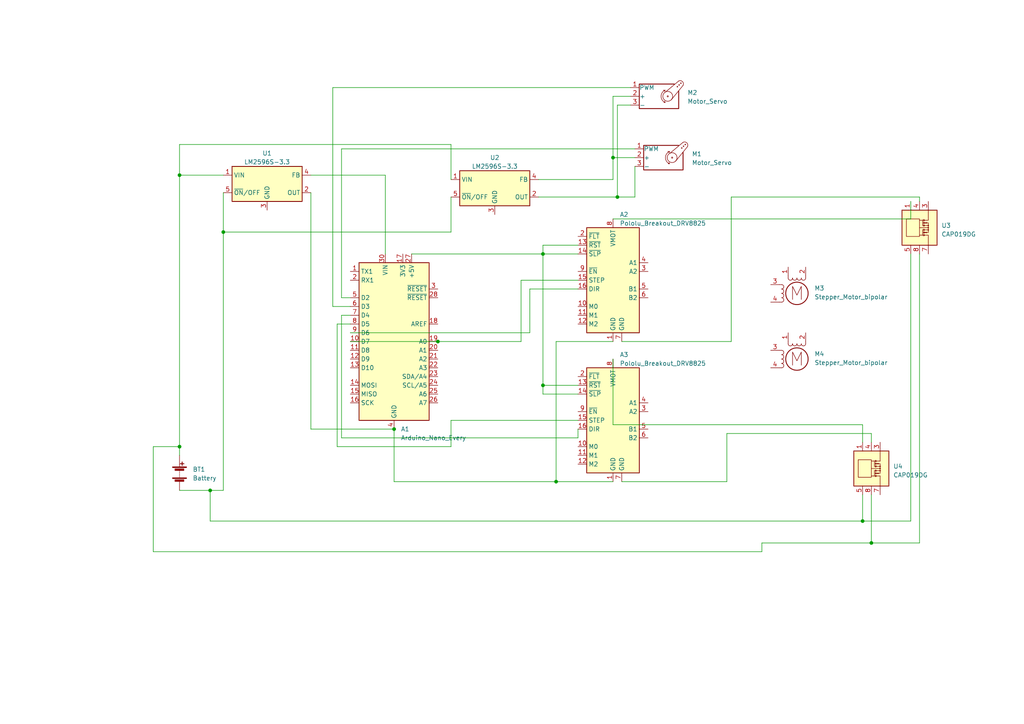
<source format=kicad_sch>
(kicad_sch (version 20230121) (generator eeschema)

  (uuid 16c54a26-176d-4b93-9a85-120843d7e685)

  (paper "A4")

  (lib_symbols
    (symbol "Device:Battery" (pin_numbers hide) (pin_names (offset 0) hide) (in_bom yes) (on_board yes)
      (property "Reference" "BT" (at 2.54 2.54 0)
        (effects (font (size 1.27 1.27)) (justify left))
      )
      (property "Value" "Battery" (at 2.54 0 0)
        (effects (font (size 1.27 1.27)) (justify left))
      )
      (property "Footprint" "" (at 0 1.524 90)
        (effects (font (size 1.27 1.27)) hide)
      )
      (property "Datasheet" "~" (at 0 1.524 90)
        (effects (font (size 1.27 1.27)) hide)
      )
      (property "ki_keywords" "batt voltage-source cell" (at 0 0 0)
        (effects (font (size 1.27 1.27)) hide)
      )
      (property "ki_description" "Multiple-cell battery" (at 0 0 0)
        (effects (font (size 1.27 1.27)) hide)
      )
      (symbol "Battery_0_1"
        (rectangle (start -2.032 -1.397) (end 2.032 -1.651)
          (stroke (width 0) (type default))
          (fill (type outline))
        )
        (rectangle (start -2.032 1.778) (end 2.032 1.524)
          (stroke (width 0) (type default))
          (fill (type outline))
        )
        (rectangle (start -1.3208 -1.9812) (end 1.27 -2.4892)
          (stroke (width 0) (type default))
          (fill (type outline))
        )
        (rectangle (start -1.3208 1.1938) (end 1.27 0.6858)
          (stroke (width 0) (type default))
          (fill (type outline))
        )
        (polyline
          (pts
            (xy 0 -1.524)
            (xy 0 -1.27)
          )
          (stroke (width 0) (type default))
          (fill (type none))
        )
        (polyline
          (pts
            (xy 0 -1.016)
            (xy 0 -0.762)
          )
          (stroke (width 0) (type default))
          (fill (type none))
        )
        (polyline
          (pts
            (xy 0 -0.508)
            (xy 0 -0.254)
          )
          (stroke (width 0) (type default))
          (fill (type none))
        )
        (polyline
          (pts
            (xy 0 0)
            (xy 0 0.254)
          )
          (stroke (width 0) (type default))
          (fill (type none))
        )
        (polyline
          (pts
            (xy 0 0.508)
            (xy 0 0.762)
          )
          (stroke (width 0) (type default))
          (fill (type none))
        )
        (polyline
          (pts
            (xy 0 1.778)
            (xy 0 2.54)
          )
          (stroke (width 0) (type default))
          (fill (type none))
        )
        (polyline
          (pts
            (xy 0.254 2.667)
            (xy 1.27 2.667)
          )
          (stroke (width 0.254) (type default))
          (fill (type none))
        )
        (polyline
          (pts
            (xy 0.762 3.175)
            (xy 0.762 2.159)
          )
          (stroke (width 0.254) (type default))
          (fill (type none))
        )
      )
      (symbol "Battery_1_1"
        (pin passive line (at 0 5.08 270) (length 2.54)
          (name "+" (effects (font (size 1.27 1.27))))
          (number "1" (effects (font (size 1.27 1.27))))
        )
        (pin passive line (at 0 -5.08 90) (length 2.54)
          (name "-" (effects (font (size 1.27 1.27))))
          (number "2" (effects (font (size 1.27 1.27))))
        )
      )
    )
    (symbol "Driver_Motor:Pololu_Breakout_DRV8825" (in_bom yes) (on_board yes)
      (property "Reference" "A" (at -2.54 16.51 0)
        (effects (font (size 1.27 1.27)) (justify right))
      )
      (property "Value" "Pololu_Breakout_DRV8825" (at -2.54 13.97 0)
        (effects (font (size 1.27 1.27)) (justify right))
      )
      (property "Footprint" "Module:Pololu_Breakout-16_15.2x20.3mm" (at 5.08 -20.32 0)
        (effects (font (size 1.27 1.27)) (justify left) hide)
      )
      (property "Datasheet" "https://www.pololu.com/product/2982" (at 2.54 -7.62 0)
        (effects (font (size 1.27 1.27)) hide)
      )
      (property "ki_keywords" "Pololu Breakout Board Stepper Driver DRV8825" (at 0 0 0)
        (effects (font (size 1.27 1.27)) hide)
      )
      (property "ki_description" "Pololu Breakout Board, Stepper Driver DRV8825" (at 0 0 0)
        (effects (font (size 1.27 1.27)) hide)
      )
      (property "ki_fp_filters" "Pololu*Breakout*15.2x20.3mm*" (at 0 0 0)
        (effects (font (size 1.27 1.27)) hide)
      )
      (symbol "Pololu_Breakout_DRV8825_0_1"
        (rectangle (start 7.62 -17.78) (end -7.62 12.7)
          (stroke (width 0.254) (type default))
          (fill (type background))
        )
      )
      (symbol "Pololu_Breakout_DRV8825_1_1"
        (pin power_in line (at 0 -20.32 90) (length 2.54)
          (name "GND" (effects (font (size 1.27 1.27))))
          (number "1" (effects (font (size 1.27 1.27))))
        )
        (pin input line (at -10.16 -10.16 0) (length 2.54)
          (name "M0" (effects (font (size 1.27 1.27))))
          (number "10" (effects (font (size 1.27 1.27))))
        )
        (pin input line (at -10.16 -12.7 0) (length 2.54)
          (name "M1" (effects (font (size 1.27 1.27))))
          (number "11" (effects (font (size 1.27 1.27))))
        )
        (pin input line (at -10.16 -15.24 0) (length 2.54)
          (name "M2" (effects (font (size 1.27 1.27))))
          (number "12" (effects (font (size 1.27 1.27))))
        )
        (pin input line (at -10.16 7.62 0) (length 2.54)
          (name "~{RST}" (effects (font (size 1.27 1.27))))
          (number "13" (effects (font (size 1.27 1.27))))
        )
        (pin input line (at -10.16 5.08 0) (length 2.54)
          (name "~{SLP}" (effects (font (size 1.27 1.27))))
          (number "14" (effects (font (size 1.27 1.27))))
        )
        (pin input line (at -10.16 -2.54 0) (length 2.54)
          (name "STEP" (effects (font (size 1.27 1.27))))
          (number "15" (effects (font (size 1.27 1.27))))
        )
        (pin input line (at -10.16 -5.08 0) (length 2.54)
          (name "DIR" (effects (font (size 1.27 1.27))))
          (number "16" (effects (font (size 1.27 1.27))))
        )
        (pin output line (at -10.16 10.16 0) (length 2.54)
          (name "~{FLT}" (effects (font (size 1.27 1.27))))
          (number "2" (effects (font (size 1.27 1.27))))
        )
        (pin output line (at 10.16 0 180) (length 2.54)
          (name "A2" (effects (font (size 1.27 1.27))))
          (number "3" (effects (font (size 1.27 1.27))))
        )
        (pin output line (at 10.16 2.54 180) (length 2.54)
          (name "A1" (effects (font (size 1.27 1.27))))
          (number "4" (effects (font (size 1.27 1.27))))
        )
        (pin output line (at 10.16 -5.08 180) (length 2.54)
          (name "B1" (effects (font (size 1.27 1.27))))
          (number "5" (effects (font (size 1.27 1.27))))
        )
        (pin output line (at 10.16 -7.62 180) (length 2.54)
          (name "B2" (effects (font (size 1.27 1.27))))
          (number "6" (effects (font (size 1.27 1.27))))
        )
        (pin power_in line (at 2.54 -20.32 90) (length 2.54)
          (name "GND" (effects (font (size 1.27 1.27))))
          (number "7" (effects (font (size 1.27 1.27))))
        )
        (pin power_in line (at 0 15.24 270) (length 2.54)
          (name "VMOT" (effects (font (size 1.27 1.27))))
          (number "8" (effects (font (size 1.27 1.27))))
        )
        (pin input line (at -10.16 0 0) (length 2.54)
          (name "~{EN}" (effects (font (size 1.27 1.27))))
          (number "9" (effects (font (size 1.27 1.27))))
        )
      )
    )
    (symbol "MCU_Module:Arduino_Nano_Every" (in_bom yes) (on_board yes)
      (property "Reference" "A" (at -10.16 23.495 0)
        (effects (font (size 1.27 1.27)) (justify left bottom))
      )
      (property "Value" "Arduino_Nano_Every" (at 5.08 -24.13 0)
        (effects (font (size 1.27 1.27)) (justify left top))
      )
      (property "Footprint" "Module:Arduino_Nano" (at 0 0 0)
        (effects (font (size 1.27 1.27) italic) hide)
      )
      (property "Datasheet" "https://content.arduino.cc/assets/NANOEveryV3.0_sch.pdf" (at 0 0 0)
        (effects (font (size 1.27 1.27)) hide)
      )
      (property "ki_keywords" "Arduino nano microcontroller module USB UPDI AATMega4809 AVR" (at 0 0 0)
        (effects (font (size 1.27 1.27)) hide)
      )
      (property "ki_description" "Arduino Nano Every" (at 0 0 0)
        (effects (font (size 1.27 1.27)) hide)
      )
      (property "ki_fp_filters" "Arduino*Nano*" (at 0 0 0)
        (effects (font (size 1.27 1.27)) hide)
      )
      (symbol "Arduino_Nano_Every_0_1"
        (rectangle (start -10.16 22.86) (end 10.16 -22.86)
          (stroke (width 0.254) (type default))
          (fill (type background))
        )
      )
      (symbol "Arduino_Nano_Every_1_1"
        (pin bidirectional line (at -12.7 20.32 0) (length 2.54)
          (name "TX1" (effects (font (size 1.27 1.27))))
          (number "1" (effects (font (size 1.27 1.27))))
        )
        (pin bidirectional line (at -12.7 0 0) (length 2.54)
          (name "D7" (effects (font (size 1.27 1.27))))
          (number "10" (effects (font (size 1.27 1.27))))
        )
        (pin bidirectional line (at -12.7 -2.54 0) (length 2.54)
          (name "D8" (effects (font (size 1.27 1.27))))
          (number "11" (effects (font (size 1.27 1.27))))
        )
        (pin bidirectional line (at -12.7 -5.08 0) (length 2.54)
          (name "D9" (effects (font (size 1.27 1.27))))
          (number "12" (effects (font (size 1.27 1.27))))
        )
        (pin bidirectional line (at -12.7 -7.62 0) (length 2.54)
          (name "D10" (effects (font (size 1.27 1.27))))
          (number "13" (effects (font (size 1.27 1.27))))
        )
        (pin bidirectional line (at -12.7 -12.7 0) (length 2.54)
          (name "MOSI" (effects (font (size 1.27 1.27))))
          (number "14" (effects (font (size 1.27 1.27))))
        )
        (pin bidirectional line (at -12.7 -15.24 0) (length 2.54)
          (name "MISO" (effects (font (size 1.27 1.27))))
          (number "15" (effects (font (size 1.27 1.27))))
        )
        (pin bidirectional line (at -12.7 -17.78 0) (length 2.54)
          (name "SCK" (effects (font (size 1.27 1.27))))
          (number "16" (effects (font (size 1.27 1.27))))
        )
        (pin power_out line (at 2.54 25.4 270) (length 2.54)
          (name "3V3" (effects (font (size 1.27 1.27))))
          (number "17" (effects (font (size 1.27 1.27))))
        )
        (pin input line (at 12.7 5.08 180) (length 2.54)
          (name "AREF" (effects (font (size 1.27 1.27))))
          (number "18" (effects (font (size 1.27 1.27))))
        )
        (pin bidirectional line (at 12.7 0 180) (length 2.54)
          (name "A0" (effects (font (size 1.27 1.27))))
          (number "19" (effects (font (size 1.27 1.27))))
        )
        (pin bidirectional line (at -12.7 17.78 0) (length 2.54)
          (name "RX1" (effects (font (size 1.27 1.27))))
          (number "2" (effects (font (size 1.27 1.27))))
        )
        (pin bidirectional line (at 12.7 -2.54 180) (length 2.54)
          (name "A1" (effects (font (size 1.27 1.27))))
          (number "20" (effects (font (size 1.27 1.27))))
        )
        (pin bidirectional line (at 12.7 -5.08 180) (length 2.54)
          (name "A2" (effects (font (size 1.27 1.27))))
          (number "21" (effects (font (size 1.27 1.27))))
        )
        (pin bidirectional line (at 12.7 -7.62 180) (length 2.54)
          (name "A3" (effects (font (size 1.27 1.27))))
          (number "22" (effects (font (size 1.27 1.27))))
        )
        (pin bidirectional line (at 12.7 -10.16 180) (length 2.54)
          (name "SDA/A4" (effects (font (size 1.27 1.27))))
          (number "23" (effects (font (size 1.27 1.27))))
        )
        (pin bidirectional line (at 12.7 -12.7 180) (length 2.54)
          (name "SCL/A5" (effects (font (size 1.27 1.27))))
          (number "24" (effects (font (size 1.27 1.27))))
        )
        (pin bidirectional line (at 12.7 -15.24 180) (length 2.54)
          (name "A6" (effects (font (size 1.27 1.27))))
          (number "25" (effects (font (size 1.27 1.27))))
        )
        (pin bidirectional line (at 12.7 -17.78 180) (length 2.54)
          (name "A7" (effects (font (size 1.27 1.27))))
          (number "26" (effects (font (size 1.27 1.27))))
        )
        (pin power_out line (at 5.08 25.4 270) (length 2.54)
          (name "+5V" (effects (font (size 1.27 1.27))))
          (number "27" (effects (font (size 1.27 1.27))))
        )
        (pin input line (at 12.7 12.7 180) (length 2.54)
          (name "~{RESET}" (effects (font (size 1.27 1.27))))
          (number "28" (effects (font (size 1.27 1.27))))
        )
        (pin passive line (at 0 -25.4 90) (length 2.54) hide
          (name "GND" (effects (font (size 1.27 1.27))))
          (number "29" (effects (font (size 1.27 1.27))))
        )
        (pin input line (at 12.7 15.24 180) (length 2.54)
          (name "~{RESET}" (effects (font (size 1.27 1.27))))
          (number "3" (effects (font (size 1.27 1.27))))
        )
        (pin power_in line (at -2.54 25.4 270) (length 2.54)
          (name "VIN" (effects (font (size 1.27 1.27))))
          (number "30" (effects (font (size 1.27 1.27))))
        )
        (pin power_in line (at 0 -25.4 90) (length 2.54)
          (name "GND" (effects (font (size 1.27 1.27))))
          (number "4" (effects (font (size 1.27 1.27))))
        )
        (pin bidirectional line (at -12.7 12.7 0) (length 2.54)
          (name "D2" (effects (font (size 1.27 1.27))))
          (number "5" (effects (font (size 1.27 1.27))))
        )
        (pin bidirectional line (at -12.7 10.16 0) (length 2.54)
          (name "D3" (effects (font (size 1.27 1.27))))
          (number "6" (effects (font (size 1.27 1.27))))
        )
        (pin bidirectional line (at -12.7 7.62 0) (length 2.54)
          (name "D4" (effects (font (size 1.27 1.27))))
          (number "7" (effects (font (size 1.27 1.27))))
        )
        (pin bidirectional line (at -12.7 5.08 0) (length 2.54)
          (name "D5" (effects (font (size 1.27 1.27))))
          (number "8" (effects (font (size 1.27 1.27))))
        )
        (pin bidirectional line (at -12.7 2.54 0) (length 2.54)
          (name "D6" (effects (font (size 1.27 1.27))))
          (number "9" (effects (font (size 1.27 1.27))))
        )
      )
    )
    (symbol "Motor:Motor_Servo" (pin_names (offset 0.0254)) (in_bom yes) (on_board yes)
      (property "Reference" "M" (at -5.08 4.445 0)
        (effects (font (size 1.27 1.27)) (justify left))
      )
      (property "Value" "Motor_Servo" (at -5.08 -4.064 0)
        (effects (font (size 1.27 1.27)) (justify left top))
      )
      (property "Footprint" "" (at 0 -4.826 0)
        (effects (font (size 1.27 1.27)) hide)
      )
      (property "Datasheet" "http://forums.parallax.com/uploads/attachments/46831/74481.png" (at 0 -4.826 0)
        (effects (font (size 1.27 1.27)) hide)
      )
      (property "ki_keywords" "Servo Motor" (at 0 0 0)
        (effects (font (size 1.27 1.27)) hide)
      )
      (property "ki_description" "Servo Motor (Futaba, HiTec, JR connector)" (at 0 0 0)
        (effects (font (size 1.27 1.27)) hide)
      )
      (property "ki_fp_filters" "PinHeader*P2.54mm*" (at 0 0 0)
        (effects (font (size 1.27 1.27)) hide)
      )
      (symbol "Motor_Servo_0_1"
        (polyline
          (pts
            (xy 2.413 -1.778)
            (xy 2.032 -1.778)
          )
          (stroke (width 0) (type default))
          (fill (type none))
        )
        (polyline
          (pts
            (xy 2.413 -1.778)
            (xy 2.286 -1.397)
          )
          (stroke (width 0) (type default))
          (fill (type none))
        )
        (polyline
          (pts
            (xy 2.413 1.778)
            (xy 1.905 1.778)
          )
          (stroke (width 0) (type default))
          (fill (type none))
        )
        (polyline
          (pts
            (xy 2.413 1.778)
            (xy 2.286 1.397)
          )
          (stroke (width 0) (type default))
          (fill (type none))
        )
        (polyline
          (pts
            (xy 6.35 4.445)
            (xy 2.54 1.27)
          )
          (stroke (width 0) (type default))
          (fill (type none))
        )
        (polyline
          (pts
            (xy 7.62 3.175)
            (xy 4.191 -1.016)
          )
          (stroke (width 0) (type default))
          (fill (type none))
        )
        (polyline
          (pts
            (xy 5.08 3.556)
            (xy -5.08 3.556)
            (xy -5.08 -3.556)
            (xy 6.35 -3.556)
            (xy 6.35 1.524)
          )
          (stroke (width 0.254) (type default))
          (fill (type none))
        )
        (arc (start 2.413 1.778) (mid 1.2406 0) (end 2.413 -1.778)
          (stroke (width 0) (type default))
          (fill (type none))
        )
        (circle (center 3.175 0) (radius 0.1778)
          (stroke (width 0) (type default))
          (fill (type none))
        )
        (circle (center 3.175 0) (radius 1.4224)
          (stroke (width 0) (type default))
          (fill (type none))
        )
        (circle (center 5.969 2.794) (radius 0.127)
          (stroke (width 0) (type default))
          (fill (type none))
        )
        (circle (center 6.477 3.302) (radius 0.127)
          (stroke (width 0) (type default))
          (fill (type none))
        )
        (circle (center 6.985 3.81) (radius 0.127)
          (stroke (width 0) (type default))
          (fill (type none))
        )
        (arc (start 7.62 3.175) (mid 7.4485 4.2735) (end 6.35 4.445)
          (stroke (width 0) (type default))
          (fill (type none))
        )
      )
      (symbol "Motor_Servo_1_1"
        (pin passive line (at -7.62 2.54 0) (length 2.54)
          (name "PWM" (effects (font (size 1.27 1.27))))
          (number "1" (effects (font (size 1.27 1.27))))
        )
        (pin passive line (at -7.62 0 0) (length 2.54)
          (name "+" (effects (font (size 1.27 1.27))))
          (number "2" (effects (font (size 1.27 1.27))))
        )
        (pin passive line (at -7.62 -2.54 0) (length 2.54)
          (name "-" (effects (font (size 1.27 1.27))))
          (number "3" (effects (font (size 1.27 1.27))))
        )
      )
    )
    (symbol "Motor:Stepper_Motor_bipolar" (pin_names (offset 0) hide) (in_bom yes) (on_board yes)
      (property "Reference" "M" (at 3.81 2.54 0)
        (effects (font (size 1.27 1.27)) (justify left))
      )
      (property "Value" "Stepper_Motor_bipolar" (at 3.81 1.27 0)
        (effects (font (size 1.27 1.27)) (justify left top))
      )
      (property "Footprint" "" (at 0.254 -0.254 0)
        (effects (font (size 1.27 1.27)) hide)
      )
      (property "Datasheet" "http://www.infineon.com/dgdl/Application-Note-TLE8110EE_driving_UniPolarStepperMotor_V1.1.pdf?fileId=db3a30431be39b97011be5d0aa0a00b0" (at 0.254 -0.254 0)
        (effects (font (size 1.27 1.27)) hide)
      )
      (property "ki_keywords" "bipolar stepper motor" (at 0 0 0)
        (effects (font (size 1.27 1.27)) hide)
      )
      (property "ki_description" "4-wire bipolar stepper motor" (at 0 0 0)
        (effects (font (size 1.27 1.27)) hide)
      )
      (property "ki_fp_filters" "PinHeader*P2.54mm*Vertical* TerminalBlock* Motor*" (at 0 0 0)
        (effects (font (size 1.27 1.27)) hide)
      )
      (symbol "Stepper_Motor_bipolar_0_0"
        (polyline
          (pts
            (xy -1.27 -1.778)
            (xy -1.27 2.032)
            (xy 0 -0.508)
            (xy 1.27 2.032)
            (xy 1.27 -1.778)
          )
          (stroke (width 0) (type default))
          (fill (type none))
        )
      )
      (symbol "Stepper_Motor_bipolar_0_1"
        (arc (start -4.445 -2.54) (mid -3.8127 -1.905) (end -4.445 -1.27)
          (stroke (width 0) (type default))
          (fill (type none))
        )
        (arc (start -4.445 -1.27) (mid -3.8127 -0.635) (end -4.445 0)
          (stroke (width 0) (type default))
          (fill (type none))
        )
        (arc (start -4.445 0) (mid -3.8127 0.635) (end -4.445 1.27)
          (stroke (width 0) (type default))
          (fill (type none))
        )
        (arc (start -4.445 1.27) (mid -3.8127 1.905) (end -4.445 2.54)
          (stroke (width 0) (type default))
          (fill (type none))
        )
        (arc (start -2.54 4.445) (mid -1.905 3.8127) (end -1.27 4.445)
          (stroke (width 0) (type default))
          (fill (type none))
        )
        (arc (start -1.27 4.445) (mid -0.635 3.8127) (end 0 4.445)
          (stroke (width 0) (type default))
          (fill (type none))
        )
        (polyline
          (pts
            (xy -5.08 -2.54)
            (xy -4.445 -2.54)
          )
          (stroke (width 0) (type default))
          (fill (type none))
        )
        (polyline
          (pts
            (xy -5.08 2.54)
            (xy -4.445 2.54)
          )
          (stroke (width 0) (type default))
          (fill (type none))
        )
        (polyline
          (pts
            (xy -2.54 5.08)
            (xy -2.54 4.445)
          )
          (stroke (width 0) (type default))
          (fill (type none))
        )
        (polyline
          (pts
            (xy 2.54 5.08)
            (xy 2.54 4.445)
          )
          (stroke (width 0) (type default))
          (fill (type none))
        )
        (circle (center 0 0) (radius 3.2512)
          (stroke (width 0.254) (type default))
          (fill (type none))
        )
        (arc (start 0 4.445) (mid 0.635 3.8127) (end 1.27 4.445)
          (stroke (width 0) (type default))
          (fill (type none))
        )
        (arc (start 1.27 4.445) (mid 1.905 3.8127) (end 2.54 4.445)
          (stroke (width 0) (type default))
          (fill (type none))
        )
      )
      (symbol "Stepper_Motor_bipolar_1_1"
        (pin passive line (at -2.54 7.62 270) (length 2.54)
          (name "~" (effects (font (size 1.27 1.27))))
          (number "1" (effects (font (size 1.27 1.27))))
        )
        (pin passive line (at 2.54 7.62 270) (length 2.54)
          (name "-" (effects (font (size 1.27 1.27))))
          (number "2" (effects (font (size 1.27 1.27))))
        )
        (pin passive line (at -7.62 2.54 0) (length 2.54)
          (name "~" (effects (font (size 1.27 1.27))))
          (number "3" (effects (font (size 1.27 1.27))))
        )
        (pin passive line (at -7.62 -2.54 0) (length 2.54)
          (name "~" (effects (font (size 1.27 1.27))))
          (number "4" (effects (font (size 1.27 1.27))))
        )
      )
    )
    (symbol "Power_Management:CAP019DG" (pin_names (offset 1.27)) (in_bom yes) (on_board yes)
      (property "Reference" "U" (at 3.81 8.89 0)
        (effects (font (size 1.27 1.27)) (justify left))
      )
      (property "Value" "CAP019DG" (at 3.81 6.35 0)
        (effects (font (size 1.27 1.27)) (justify left))
      )
      (property "Footprint" "Package_SO:SOIC-8_3.9x4.9mm_P1.27mm" (at 0 0 0)
        (effects (font (size 1.27 1.27) italic) hide)
      )
      (property "Datasheet" "https://ac-dc.power.com/sites/default/files/product-docs/capzero_family_datasheet.pdf" (at 1.016 0 0)
        (effects (font (size 1.27 1.27)) hide)
      )
      (property "ki_keywords" "Automatic Capacitor Discarger" (at 0 0 0)
        (effects (font (size 1.27 1.27)) hide)
      )
      (property "ki_description" "CapZero Automatic Capacitor Discarger, 1000V, <=5uF, 150kOhm, SOIC-8" (at 0 0 0)
        (effects (font (size 1.27 1.27)) hide)
      )
      (property "ki_fp_filters" "SOIC*3.9x4.9mm*P1.27mm*" (at 0 0 0)
        (effects (font (size 1.27 1.27)) hide)
      )
      (symbol "CAP019DG_0_1"
        (rectangle (start -5.08 5.08) (end 5.08 -5.08)
          (stroke (width 0.254) (type default))
          (fill (type background))
        )
        (rectangle (start -3.81 2.54) (end 0 -2.54)
          (stroke (width 0) (type default))
          (fill (type none))
        )
        (polyline
          (pts
            (xy 0.889 -2.159)
            (xy 0 -2.159)
          )
          (stroke (width 0) (type default))
          (fill (type none))
        )
        (polyline
          (pts
            (xy 0.889 -0.508)
            (xy 0.889 -2.286)
          )
          (stroke (width 0) (type default))
          (fill (type none))
        )
        (polyline
          (pts
            (xy 0.889 2.159)
            (xy 0 2.159)
          )
          (stroke (width 0) (type default))
          (fill (type none))
        )
        (polyline
          (pts
            (xy 0.889 2.286)
            (xy 0.889 0.508)
          )
          (stroke (width 0) (type default))
          (fill (type none))
        )
        (polyline
          (pts
            (xy 1.27 -2.159)
            (xy 2.54 -2.159)
          )
          (stroke (width 0) (type default))
          (fill (type none))
        )
        (polyline
          (pts
            (xy 1.27 2.159)
            (xy 2.54 2.159)
          )
          (stroke (width 0) (type default))
          (fill (type none))
        )
        (polyline
          (pts
            (xy 2.413 0)
            (xy 0 0)
          )
          (stroke (width 0) (type default))
          (fill (type none))
        )
        (polyline
          (pts
            (xy 2.54 -2.159)
            (xy 2.54 -5.08)
          )
          (stroke (width 0) (type default))
          (fill (type none))
        )
        (polyline
          (pts
            (xy 1.27 -2.032)
            (xy 1.27 -2.286)
            (xy 1.27 -2.286)
          )
          (stroke (width 0.3556) (type default))
          (fill (type none))
        )
        (polyline
          (pts
            (xy 1.27 -1.27)
            (xy 1.27 -1.524)
            (xy 1.27 -1.524)
          )
          (stroke (width 0.3556) (type default))
          (fill (type none))
        )
        (polyline
          (pts
            (xy 1.27 0.762)
            (xy 1.27 0.508)
            (xy 1.27 0.508)
          )
          (stroke (width 0.3556) (type default))
          (fill (type none))
        )
        (polyline
          (pts
            (xy 1.27 1.524)
            (xy 1.27 1.27)
            (xy 1.27 1.27)
          )
          (stroke (width 0.3556) (type default))
          (fill (type none))
        )
        (polyline
          (pts
            (xy 1.27 2.286)
            (xy 1.27 2.032)
            (xy 1.27 2.032)
          )
          (stroke (width 0.3556) (type default))
          (fill (type none))
        )
        (polyline
          (pts
            (xy 1.397 -1.397)
            (xy 2.54 -1.397)
            (xy 2.54 -0.635)
          )
          (stroke (width 0) (type default))
          (fill (type none))
        )
        (polyline
          (pts
            (xy 1.397 1.397)
            (xy 2.54 1.397)
            (xy 2.54 0.635)
          )
          (stroke (width 0) (type default))
          (fill (type none))
        )
        (polyline
          (pts
            (xy 2.54 2.159)
            (xy 2.54 5.08)
            (xy 2.54 3.175)
          )
          (stroke (width 0) (type default))
          (fill (type none))
        )
        (polyline
          (pts
            (xy 1.397 -0.635)
            (xy 2.54 -0.635)
            (xy 2.54 0.635)
            (xy 1.397 0.635)
          )
          (stroke (width 0) (type default))
          (fill (type none))
        )
        (polyline
          (pts
            (xy 1.524 -1.397)
            (xy 2.032 -1.27)
            (xy 2.032 -1.524)
            (xy 1.524 -1.397)
          )
          (stroke (width 0) (type default))
          (fill (type none))
        )
        (polyline
          (pts
            (xy 1.524 1.397)
            (xy 2.032 1.524)
            (xy 2.032 1.27)
            (xy 1.524 1.397)
          )
          (stroke (width 0) (type default))
          (fill (type none))
        )
        (circle (center 2.54 -0.635) (radius 0.127)
          (stroke (width 0) (type default))
          (fill (type none))
        )
        (circle (center 2.54 0) (radius 0.127)
          (stroke (width 0) (type default))
          (fill (type none))
        )
        (circle (center 2.54 0.635) (radius 0.127)
          (stroke (width 0) (type default))
          (fill (type none))
        )
      )
      (symbol "CAP019DG_1_1"
        (polyline
          (pts
            (xy 1.27 -0.508)
            (xy 1.27 -0.762)
          )
          (stroke (width 0.3556) (type default))
          (fill (type none))
        )
        (pin passive line (at -2.54 7.62 270) (length 2.54)
          (name "~" (effects (font (size 1.27 1.27))))
          (number "1" (effects (font (size 1.27 1.27))))
        )
        (pin passive line (at 2.54 7.62 270) (length 2.54) hide
          (name "~" (effects (font (size 1.27 1.27))))
          (number "2" (effects (font (size 1.27 1.27))))
        )
        (pin passive line (at 2.54 7.62 270) (length 2.54)
          (name "~" (effects (font (size 1.27 1.27))))
          (number "3" (effects (font (size 1.27 1.27))))
        )
        (pin passive line (at 0 7.62 270) (length 2.54)
          (name "~" (effects (font (size 1.27 1.27))))
          (number "4" (effects (font (size 1.27 1.27))))
        )
        (pin passive line (at -2.54 -7.62 90) (length 2.54)
          (name "~" (effects (font (size 1.27 1.27))))
          (number "5" (effects (font (size 1.27 1.27))))
        )
        (pin passive line (at 2.54 -7.62 90) (length 2.54) hide
          (name "~" (effects (font (size 1.27 1.27))))
          (number "6" (effects (font (size 1.27 1.27))))
        )
        (pin passive line (at 2.54 -7.62 90) (length 2.54)
          (name "~" (effects (font (size 1.27 1.27))))
          (number "7" (effects (font (size 1.27 1.27))))
        )
        (pin passive line (at 0 -7.62 90) (length 2.54)
          (name "~" (effects (font (size 1.27 1.27))))
          (number "8" (effects (font (size 1.27 1.27))))
        )
      )
    )
    (symbol "Regulator_Switching:LM2596S-3.3" (in_bom yes) (on_board yes)
      (property "Reference" "U" (at -10.16 6.35 0)
        (effects (font (size 1.27 1.27)) (justify left))
      )
      (property "Value" "LM2596S-3.3" (at 0 6.35 0)
        (effects (font (size 1.27 1.27)) (justify left))
      )
      (property "Footprint" "Package_TO_SOT_SMD:TO-263-5_TabPin3" (at 1.27 -6.35 0)
        (effects (font (size 1.27 1.27) italic) (justify left) hide)
      )
      (property "Datasheet" "http://www.ti.com/lit/ds/symlink/lm2596.pdf" (at 0 0 0)
        (effects (font (size 1.27 1.27)) hide)
      )
      (property "ki_keywords" "Step-Down Voltage Regulator 3.3V 3A" (at 0 0 0)
        (effects (font (size 1.27 1.27)) hide)
      )
      (property "ki_description" "3.3V 3A Step-Down Voltage Regulator, TO-263" (at 0 0 0)
        (effects (font (size 1.27 1.27)) hide)
      )
      (property "ki_fp_filters" "TO?263*" (at 0 0 0)
        (effects (font (size 1.27 1.27)) hide)
      )
      (symbol "LM2596S-3.3_0_1"
        (rectangle (start -10.16 5.08) (end 10.16 -5.08)
          (stroke (width 0.254) (type default))
          (fill (type background))
        )
      )
      (symbol "LM2596S-3.3_1_1"
        (pin power_in line (at -12.7 2.54 0) (length 2.54)
          (name "VIN" (effects (font (size 1.27 1.27))))
          (number "1" (effects (font (size 1.27 1.27))))
        )
        (pin output line (at 12.7 -2.54 180) (length 2.54)
          (name "OUT" (effects (font (size 1.27 1.27))))
          (number "2" (effects (font (size 1.27 1.27))))
        )
        (pin power_in line (at 0 -7.62 90) (length 2.54)
          (name "GND" (effects (font (size 1.27 1.27))))
          (number "3" (effects (font (size 1.27 1.27))))
        )
        (pin input line (at 12.7 2.54 180) (length 2.54)
          (name "FB" (effects (font (size 1.27 1.27))))
          (number "4" (effects (font (size 1.27 1.27))))
        )
        (pin input line (at -12.7 -2.54 0) (length 2.54)
          (name "~{ON}/OFF" (effects (font (size 1.27 1.27))))
          (number "5" (effects (font (size 1.27 1.27))))
        )
      )
    )
  )

  (junction (at 157.48 73.66) (diameter 0) (color 0 0 0 0)
    (uuid 46fcc033-6b13-4324-af67-3ab4ae93afc9)
  )
  (junction (at 179.07 57.15) (diameter 0) (color 0 0 0 0)
    (uuid 6591804c-419f-445e-9c2a-5be1c1afc565)
  )
  (junction (at 127 99.06) (diameter 0) (color 0 0 0 0)
    (uuid 65eeffa9-de0b-48f5-b3b6-2c28d78dd062)
  )
  (junction (at 52.07 50.8) (diameter 0) (color 0 0 0 0)
    (uuid a9065913-f9db-4baf-a586-e24922f3c12f)
  )
  (junction (at 114.3 124.46) (diameter 0) (color 0 0 0 0)
    (uuid a96d5641-0c8f-4dc5-b8b5-7d72647ca7a3)
  )
  (junction (at 157.48 111.76) (diameter 0) (color 0 0 0 0)
    (uuid aa463dc6-1ff6-4a0c-93fa-91a1fba5abb2)
  )
  (junction (at 161.29 139.7) (diameter 0) (color 0 0 0 0)
    (uuid b242efa5-57b2-496b-b1e5-ae359c02fdbe)
  )
  (junction (at 250.19 151.13) (diameter 0) (color 0 0 0 0)
    (uuid c4e2020c-0f2c-4901-a953-b8d515dc735b)
  )
  (junction (at 177.8 45.72) (diameter 0) (color 0 0 0 0)
    (uuid de03b3c9-7cd7-4aee-b360-bcfffc01e13b)
  )
  (junction (at 60.96 142.24) (diameter 0) (color 0 0 0 0)
    (uuid e26de10f-c616-43dc-937e-9ee3ea95c645)
  )
  (junction (at 64.77 67.31) (diameter 0) (color 0 0 0 0)
    (uuid f74e685d-51f0-4f63-9f3d-8d36af44eda9)
  )
  (junction (at 52.07 129.54) (diameter 0) (color 0 0 0 0)
    (uuid fbd6536c-a1cd-424f-a12e-f7699ed3d4d8)
  )
  (junction (at 252.73 157.48) (diameter 0) (color 0 0 0 0)
    (uuid ffa30e5c-d807-44c1-9549-a6ee4e9825af)
  )

  (wire (pts (xy 182.88 27.94) (xy 177.8 27.94))
    (stroke (width 0) (type default))
    (uuid 084b261e-0484-45a5-9ceb-467ef70e248f)
  )
  (wire (pts (xy 266.7 157.48) (xy 252.73 157.48))
    (stroke (width 0) (type default))
    (uuid 09b5995d-6d6f-4fe6-b958-2ffa6432b597)
  )
  (wire (pts (xy 210.82 125.73) (xy 252.73 125.73))
    (stroke (width 0) (type default))
    (uuid 0eaebe5a-d869-48a1-b189-072f323a00c9)
  )
  (wire (pts (xy 52.07 142.24) (xy 60.96 142.24))
    (stroke (width 0) (type default))
    (uuid 14c3942d-5983-4d8f-982f-f0d0eec1c21c)
  )
  (wire (pts (xy 52.07 41.91) (xy 130.81 41.91))
    (stroke (width 0) (type default))
    (uuid 17d8b9ce-9f6f-4354-8520-09e5d2aad2f2)
  )
  (wire (pts (xy 252.73 125.73) (xy 252.73 128.27))
    (stroke (width 0) (type default))
    (uuid 196b0fa9-5bb9-4e6d-9a24-9b8a7026c420)
  )
  (wire (pts (xy 210.82 139.7) (xy 210.82 125.73))
    (stroke (width 0) (type default))
    (uuid 1cc57ddb-dc4b-4516-beeb-c88be825e641)
  )
  (wire (pts (xy 264.16 73.66) (xy 264.16 151.13))
    (stroke (width 0) (type default))
    (uuid 1e355984-af73-426e-b8ed-3ac5117b4fcc)
  )
  (wire (pts (xy 157.48 73.66) (xy 157.48 111.76))
    (stroke (width 0) (type default))
    (uuid 29202f63-1940-4b12-9d76-ddceda2ef507)
  )
  (wire (pts (xy 97.79 129.54) (xy 97.79 93.98))
    (stroke (width 0) (type default))
    (uuid 29b693cc-b9de-4f29-930f-867de0f86289)
  )
  (wire (pts (xy 130.81 41.91) (xy 130.81 52.07))
    (stroke (width 0) (type default))
    (uuid 2c583bc0-6a36-4a26-8a02-9a3d2c16c420)
  )
  (wire (pts (xy 184.15 48.26) (xy 184.15 57.15))
    (stroke (width 0) (type default))
    (uuid 2f6d8b8e-9991-44c7-b9db-cfacfbf37442)
  )
  (wire (pts (xy 167.64 71.12) (xy 157.48 71.12))
    (stroke (width 0) (type default))
    (uuid 31ca9a53-a164-44b4-8c11-4fdc05ccb035)
  )
  (wire (pts (xy 264.16 151.13) (xy 250.19 151.13))
    (stroke (width 0) (type default))
    (uuid 3204600e-3b1c-400e-bf08-e3d8fbb461d2)
  )
  (wire (pts (xy 179.07 30.48) (xy 179.07 57.15))
    (stroke (width 0) (type default))
    (uuid 36dc5675-f604-4349-8d3a-5697d0cc2c4e)
  )
  (wire (pts (xy 177.8 45.72) (xy 184.15 45.72))
    (stroke (width 0) (type default))
    (uuid 3a3ff58b-96f3-4a83-9c27-f2d2cc375eec)
  )
  (wire (pts (xy 52.07 50.8) (xy 52.07 129.54))
    (stroke (width 0) (type default))
    (uuid 3c0c5764-7c73-449a-92f6-b2c706078485)
  )
  (wire (pts (xy 167.64 127) (xy 167.64 124.46))
    (stroke (width 0) (type default))
    (uuid 3cc8fa0b-82a8-4c77-b69f-5f33f8451a23)
  )
  (wire (pts (xy 179.07 57.15) (xy 156.21 57.15))
    (stroke (width 0) (type default))
    (uuid 3e868043-fc97-41b3-9112-6e582b9c6a72)
  )
  (wire (pts (xy 119.38 73.66) (xy 157.48 73.66))
    (stroke (width 0) (type default))
    (uuid 3f4bc9b2-20d8-4371-a5ad-bffe7dac3d8f)
  )
  (wire (pts (xy 44.45 129.54) (xy 52.07 129.54))
    (stroke (width 0) (type default))
    (uuid 41de89d9-6b4e-44d4-bfcb-fdf0e76814a3)
  )
  (wire (pts (xy 101.6 91.44) (xy 99.06 91.44))
    (stroke (width 0) (type default))
    (uuid 44713649-f40d-4103-8178-d4180bf08ad4)
  )
  (wire (pts (xy 99.06 127) (xy 167.64 127))
    (stroke (width 0) (type default))
    (uuid 44c893e1-649f-4ffb-b839-4b647940acc7)
  )
  (wire (pts (xy 177.8 139.7) (xy 161.29 139.7))
    (stroke (width 0) (type default))
    (uuid 44fd1f72-df1e-4d5d-af3a-0de7b83d5338)
  )
  (wire (pts (xy 167.64 73.66) (xy 157.48 73.66))
    (stroke (width 0) (type default))
    (uuid 4700cc6d-b7e3-49e8-9dd4-31590b1dc6fc)
  )
  (wire (pts (xy 182.88 30.48) (xy 179.07 30.48))
    (stroke (width 0) (type default))
    (uuid 4c8a5e60-2842-4d64-863a-b9fb54b31203)
  )
  (wire (pts (xy 130.81 67.31) (xy 64.77 67.31))
    (stroke (width 0) (type default))
    (uuid 4cb09d93-b3bd-4963-92aa-f06f6a9f7556)
  )
  (wire (pts (xy 90.17 124.46) (xy 114.3 124.46))
    (stroke (width 0) (type default))
    (uuid 4ed263ca-5f42-4ae3-be70-2b729c713a73)
  )
  (wire (pts (xy 156.21 52.07) (xy 177.8 52.07))
    (stroke (width 0) (type default))
    (uuid 53187550-db2e-44fc-a5f0-e9a8a8cfdad0)
  )
  (wire (pts (xy 52.07 41.91) (xy 52.07 50.8))
    (stroke (width 0) (type default))
    (uuid 5ce27cd2-4559-44bd-9160-b049107bcb22)
  )
  (wire (pts (xy 130.81 129.54) (xy 97.79 129.54))
    (stroke (width 0) (type default))
    (uuid 5ea20085-6b32-435b-888e-1278f7b3cd7a)
  )
  (wire (pts (xy 52.07 129.54) (xy 52.07 132.08))
    (stroke (width 0) (type default))
    (uuid 5f071e4a-3524-4d0c-9173-611d39c4689a)
  )
  (wire (pts (xy 220.98 160.02) (xy 44.45 160.02))
    (stroke (width 0) (type default))
    (uuid 60626110-60c7-4fce-a050-a08cb5f65c5a)
  )
  (wire (pts (xy 266.7 73.66) (xy 266.7 157.48))
    (stroke (width 0) (type default))
    (uuid 60739aa6-c406-4d4b-9f26-84d2977a4a28)
  )
  (wire (pts (xy 250.19 123.19) (xy 250.19 128.27))
    (stroke (width 0) (type default))
    (uuid 64d111cb-f1ca-45e1-a373-890638a5d1c3)
  )
  (wire (pts (xy 177.8 27.94) (xy 177.8 45.72))
    (stroke (width 0) (type default))
    (uuid 65244767-8a26-44f9-a942-ede920dbf02d)
  )
  (wire (pts (xy 157.48 111.76) (xy 157.48 114.3))
    (stroke (width 0) (type default))
    (uuid 67696f6e-9c0f-4b74-9c97-a360921eb08a)
  )
  (wire (pts (xy 177.8 63.5) (xy 264.16 63.5))
    (stroke (width 0) (type default))
    (uuid 6951b4c7-c5c1-437c-8355-36bc17e96ba4)
  )
  (wire (pts (xy 130.81 121.92) (xy 130.81 129.54))
    (stroke (width 0) (type default))
    (uuid 6d68e46d-eb89-4026-b3e0-d9b3261675fd)
  )
  (wire (pts (xy 157.48 114.3) (xy 167.64 114.3))
    (stroke (width 0) (type default))
    (uuid 6f88ecf7-5932-4e3d-b418-0bef3177ee45)
  )
  (wire (pts (xy 60.96 142.24) (xy 64.77 142.24))
    (stroke (width 0) (type default))
    (uuid 6fa26041-f690-49d3-9f59-53574d61deb4)
  )
  (wire (pts (xy 96.52 25.4) (xy 182.88 25.4))
    (stroke (width 0) (type default))
    (uuid 731882b5-5be2-4172-8cd3-8858b0536781)
  )
  (wire (pts (xy 212.09 99.06) (xy 212.09 57.15))
    (stroke (width 0) (type default))
    (uuid 73f3269d-a9f7-4ce4-887e-d62b3b3ebd77)
  )
  (wire (pts (xy 114.3 139.7) (xy 114.3 124.46))
    (stroke (width 0) (type default))
    (uuid 76255a8e-dde4-4553-9159-209cd21af76d)
  )
  (wire (pts (xy 212.09 57.15) (xy 266.7 57.15))
    (stroke (width 0) (type default))
    (uuid 762773a2-e996-45f0-8e8a-0a30fe5f78bb)
  )
  (wire (pts (xy 99.06 86.36) (xy 101.6 86.36))
    (stroke (width 0) (type default))
    (uuid 79d9ceb5-2bdb-4ed1-93bc-1d5cefc89e2e)
  )
  (wire (pts (xy 264.16 63.5) (xy 264.16 58.42))
    (stroke (width 0) (type default))
    (uuid 7cadcef4-1706-4573-bb78-3150ceaf7a43)
  )
  (wire (pts (xy 64.77 67.31) (xy 64.77 142.24))
    (stroke (width 0) (type default))
    (uuid 82e19246-cfb9-4fda-a230-87a073bb70c5)
  )
  (wire (pts (xy 177.8 123.19) (xy 250.19 123.19))
    (stroke (width 0) (type default))
    (uuid 85069f16-a43f-433b-a831-f658554000e7)
  )
  (wire (pts (xy 157.48 111.76) (xy 167.64 111.76))
    (stroke (width 0) (type default))
    (uuid 864d5848-d839-4711-a96b-7c44cdfa9d89)
  )
  (wire (pts (xy 101.6 99.06) (xy 127 99.06))
    (stroke (width 0) (type default))
    (uuid 87512b2e-ee4f-4e23-8448-29bebe8c19d8)
  )
  (wire (pts (xy 220.98 157.48) (xy 220.98 160.02))
    (stroke (width 0) (type default))
    (uuid 9024e10e-4701-4b03-992e-abe2de19b365)
  )
  (wire (pts (xy 184.15 57.15) (xy 179.07 57.15))
    (stroke (width 0) (type default))
    (uuid 92a996e6-3fb3-4982-9c4c-203595013e23)
  )
  (wire (pts (xy 220.98 157.48) (xy 252.73 157.48))
    (stroke (width 0) (type default))
    (uuid 97fdf60c-de95-4b3a-9cac-47f2ea3a6ebf)
  )
  (wire (pts (xy 252.73 143.51) (xy 252.73 157.48))
    (stroke (width 0) (type default))
    (uuid 9d8b4161-accb-476b-860b-27a95a538734)
  )
  (wire (pts (xy 177.8 99.06) (xy 161.29 99.06))
    (stroke (width 0) (type default))
    (uuid 9da57116-f0cb-4e7a-9f2d-ccca4c7aed29)
  )
  (wire (pts (xy 90.17 50.8) (xy 111.76 50.8))
    (stroke (width 0) (type default))
    (uuid a1de6080-4654-4dce-84c9-e4c050f48c78)
  )
  (wire (pts (xy 96.52 88.9) (xy 101.6 88.9))
    (stroke (width 0) (type default))
    (uuid a4c4e270-bd34-4b28-9a07-a9e5f41b16cb)
  )
  (wire (pts (xy 99.06 43.18) (xy 184.15 43.18))
    (stroke (width 0) (type default))
    (uuid a72d132c-7f0e-4453-aa3b-39b5b7600215)
  )
  (wire (pts (xy 153.67 83.82) (xy 167.64 83.82))
    (stroke (width 0) (type default))
    (uuid a8e46cc6-64a7-4f85-b9fc-45ff48bf1ea5)
  )
  (wire (pts (xy 97.79 93.98) (xy 101.6 93.98))
    (stroke (width 0) (type default))
    (uuid a9c03a2e-2969-462d-a79a-7788bfc4f67b)
  )
  (wire (pts (xy 177.8 52.07) (xy 177.8 45.72))
    (stroke (width 0) (type default))
    (uuid b76c87da-7ac8-4574-bb1b-da147b944274)
  )
  (wire (pts (xy 99.06 43.18) (xy 99.06 86.36))
    (stroke (width 0) (type default))
    (uuid b796a8f1-ab41-4044-b6db-c5c37c1e8c1a)
  )
  (wire (pts (xy 180.34 99.06) (xy 212.09 99.06))
    (stroke (width 0) (type default))
    (uuid bffa2ab6-d626-4737-a021-9a53400a9a44)
  )
  (wire (pts (xy 111.76 50.8) (xy 111.76 73.66))
    (stroke (width 0) (type default))
    (uuid c01ac352-fc3b-4f1f-bc70-94eb10e23b77)
  )
  (wire (pts (xy 90.17 55.88) (xy 90.17 124.46))
    (stroke (width 0) (type default))
    (uuid c423cc31-127a-476a-83f5-bd65386151f9)
  )
  (wire (pts (xy 250.19 143.51) (xy 250.19 151.13))
    (stroke (width 0) (type default))
    (uuid c5194cc7-2a70-4953-ad3e-618d56c59061)
  )
  (wire (pts (xy 161.29 139.7) (xy 114.3 139.7))
    (stroke (width 0) (type default))
    (uuid d04af163-9b21-49d0-8bc9-66cf68a837e3)
  )
  (wire (pts (xy 130.81 67.31) (xy 130.81 57.15))
    (stroke (width 0) (type default))
    (uuid d4569fad-1416-4433-8ad7-9bfe9e0a6537)
  )
  (wire (pts (xy 157.48 71.12) (xy 157.48 73.66))
    (stroke (width 0) (type default))
    (uuid d71178bf-9146-428d-8880-e3bad0a2f3ff)
  )
  (wire (pts (xy 96.52 25.4) (xy 96.52 88.9))
    (stroke (width 0) (type default))
    (uuid da7697ac-e0fc-494c-bc84-09df22f38087)
  )
  (wire (pts (xy 151.13 81.28) (xy 167.64 81.28))
    (stroke (width 0) (type default))
    (uuid dc5452c2-9799-4b25-ac79-e4b43a44574d)
  )
  (wire (pts (xy 64.77 55.88) (xy 64.77 67.31))
    (stroke (width 0) (type default))
    (uuid dd31f889-5584-4037-ab66-ea5cc1c60721)
  )
  (wire (pts (xy 151.13 99.06) (xy 151.13 81.28))
    (stroke (width 0) (type default))
    (uuid e08265da-faa6-4f9c-80f6-7aca34880b59)
  )
  (wire (pts (xy 60.96 151.13) (xy 60.96 142.24))
    (stroke (width 0) (type default))
    (uuid e14a1915-edda-4a41-ac90-2634b6daf58b)
  )
  (wire (pts (xy 180.34 139.7) (xy 210.82 139.7))
    (stroke (width 0) (type default))
    (uuid e55174e1-cab0-4686-98c6-7b8b9a22be21)
  )
  (wire (pts (xy 266.7 57.15) (xy 266.7 58.42))
    (stroke (width 0) (type default))
    (uuid e8786f22-2610-4c2a-a832-dbed6b5e5045)
  )
  (wire (pts (xy 60.96 151.13) (xy 250.19 151.13))
    (stroke (width 0) (type default))
    (uuid e8a4b817-7b5b-4049-8c06-64745dd32c68)
  )
  (wire (pts (xy 52.07 50.8) (xy 64.77 50.8))
    (stroke (width 0) (type default))
    (uuid f2309677-0c5d-417c-a176-822c1d886ac9)
  )
  (wire (pts (xy 177.8 123.19) (xy 177.8 104.14))
    (stroke (width 0) (type default))
    (uuid f27dadd6-25e8-404d-a799-bba930be0a18)
  )
  (wire (pts (xy 161.29 99.06) (xy 161.29 139.7))
    (stroke (width 0) (type default))
    (uuid f4ecf174-3b43-4f8c-b0f6-75a2015644b4)
  )
  (wire (pts (xy 99.06 91.44) (xy 99.06 127))
    (stroke (width 0) (type default))
    (uuid f51f7282-8318-443f-88e8-60e714e123a9)
  )
  (wire (pts (xy 127 99.06) (xy 151.13 99.06))
    (stroke (width 0) (type default))
    (uuid f6ba1812-0f6f-4505-8a04-b6afd1a9f6a6)
  )
  (wire (pts (xy 44.45 160.02) (xy 44.45 129.54))
    (stroke (width 0) (type default))
    (uuid fc230902-9f97-468a-9499-f37a93c8f071)
  )
  (wire (pts (xy 153.67 96.52) (xy 153.67 83.82))
    (stroke (width 0) (type default))
    (uuid fc39a4b6-02d4-40c0-bac9-151a76a7eb14)
  )
  (wire (pts (xy 167.64 121.92) (xy 130.81 121.92))
    (stroke (width 0) (type default))
    (uuid fca33c92-2a21-4df7-a433-862d6353a0c1)
  )
  (wire (pts (xy 101.6 96.52) (xy 153.67 96.52))
    (stroke (width 0) (type default))
    (uuid fd41f1de-c186-4b39-be74-f6954bcafd90)
  )

  (symbol (lib_id "Regulator_Switching:LM2596S-3.3") (at 77.47 53.34 0) (unit 1)
    (in_bom yes) (on_board yes) (dnp no) (fields_autoplaced)
    (uuid 04158066-e100-4405-a9c0-47490f2a00ff)
    (property "Reference" "U1" (at 77.47 44.45 0)
      (effects (font (size 1.27 1.27)))
    )
    (property "Value" "LM2596S-3.3" (at 77.47 46.99 0)
      (effects (font (size 1.27 1.27)))
    )
    (property "Footprint" "Package_TO_SOT_SMD:TO-263-5_TabPin3" (at 78.74 59.69 0)
      (effects (font (size 1.27 1.27) italic) (justify left) hide)
    )
    (property "Datasheet" "http://www.ti.com/lit/ds/symlink/lm2596.pdf" (at 77.47 53.34 0)
      (effects (font (size 1.27 1.27)) hide)
    )
    (pin "1" (uuid 86302b50-93cb-4969-aa28-03daf7a66774))
    (pin "2" (uuid aa84a36f-6161-4a21-9ab9-55f551c84434))
    (pin "3" (uuid 8ff00a81-e45b-451d-aa3d-dccbb1b8ae72))
    (pin "4" (uuid 667c6f1e-c673-4673-96ec-d6cd0ee55d33))
    (pin "5" (uuid 9fccd705-9905-4dfe-b662-97710d047eda))
    (instances
      (project "Esqeuma domino"
        (path "/16c54a26-176d-4b93-9a85-120843d7e685"
          (reference "U1") (unit 1)
        )
      )
    )
  )

  (symbol (lib_id "Motor:Stepper_Motor_bipolar") (at 231.14 104.14 0) (unit 1)
    (in_bom yes) (on_board yes) (dnp no) (fields_autoplaced)
    (uuid 2d16305d-8cd4-44df-ae2f-5d8ec1cada81)
    (property "Reference" "M4" (at 236.22 102.6541 0)
      (effects (font (size 1.27 1.27)) (justify left))
    )
    (property "Value" "Stepper_Motor_bipolar" (at 236.22 105.1941 0)
      (effects (font (size 1.27 1.27)) (justify left))
    )
    (property "Footprint" "" (at 231.394 104.394 0)
      (effects (font (size 1.27 1.27)) hide)
    )
    (property "Datasheet" "http://www.infineon.com/dgdl/Application-Note-TLE8110EE_driving_UniPolarStepperMotor_V1.1.pdf?fileId=db3a30431be39b97011be5d0aa0a00b0" (at 231.394 104.394 0)
      (effects (font (size 1.27 1.27)) hide)
    )
    (pin "1" (uuid cda4488f-bd7c-4752-bf92-51c2c8bb5ff9))
    (pin "2" (uuid 3781cb3a-4869-4949-a72c-4c4b81fec556))
    (pin "3" (uuid 87667269-781f-48ca-bd8c-e1a02f9eb59b))
    (pin "4" (uuid 45d9aa50-4dfa-4490-8e81-2fae11122b25))
    (instances
      (project "Esqeuma domino"
        (path "/16c54a26-176d-4b93-9a85-120843d7e685"
          (reference "M4") (unit 1)
        )
      )
    )
  )

  (symbol (lib_id "MCU_Module:Arduino_Nano_Every") (at 114.3 99.06 0) (unit 1)
    (in_bom yes) (on_board yes) (dnp no) (fields_autoplaced)
    (uuid 2d4768bb-1e47-41f7-b7b2-70d2c5b62b56)
    (property "Reference" "A1" (at 116.2559 124.46 0)
      (effects (font (size 1.27 1.27)) (justify left))
    )
    (property "Value" "Arduino_Nano_Every" (at 116.2559 127 0)
      (effects (font (size 1.27 1.27)) (justify left))
    )
    (property "Footprint" "Module:Arduino_Nano" (at 114.3 99.06 0)
      (effects (font (size 1.27 1.27) italic) hide)
    )
    (property "Datasheet" "https://content.arduino.cc/assets/NANOEveryV3.0_sch.pdf" (at 114.3 99.06 0)
      (effects (font (size 1.27 1.27)) hide)
    )
    (pin "1" (uuid bac150d1-1a95-488f-ad81-17eab7f68de1))
    (pin "10" (uuid 03cbb602-0f1a-4496-8be1-7379507e8ec6))
    (pin "11" (uuid 22e33c69-c6b8-4712-92ec-6557652e2b10))
    (pin "12" (uuid 80167849-3cae-4752-bcf8-723def8c222c))
    (pin "13" (uuid 26940316-bc84-4a5a-8ec8-c17b99b0e881))
    (pin "14" (uuid d7b5be1a-8f2d-4d50-86ec-a77aa2acde07))
    (pin "15" (uuid 9e8c5eab-2318-41fe-b8f5-64af386f9516))
    (pin "16" (uuid 0659b200-3233-41ae-9700-131f22e28408))
    (pin "17" (uuid b4202d09-7bf3-4dd6-a615-68b4c2d0b06b))
    (pin "18" (uuid bfb216cc-1b03-4c97-88cb-7fd947559512))
    (pin "19" (uuid c021a829-a411-49fe-9283-bc98731b9f1d))
    (pin "2" (uuid fbb9a917-c8c5-4e57-8c79-1153e81669ca))
    (pin "20" (uuid 8e3890c5-6110-4070-9d68-fc90110ecaa4))
    (pin "21" (uuid 40a2c9d0-1c74-4cdf-9fe0-99016bf1822b))
    (pin "22" (uuid fd3f5c50-91e7-440c-820e-9f8a80037fc2))
    (pin "23" (uuid 5a6d3d04-d5e6-4e5a-92b7-188b7e75397a))
    (pin "24" (uuid 35416d66-9347-420b-8e2a-bb9c79394ba0))
    (pin "25" (uuid bf3fc1e7-98ac-4560-a65b-8f4989ea05da))
    (pin "26" (uuid b84fb8a3-7ea1-45da-bbd3-b86f0732fdfd))
    (pin "27" (uuid 71680aab-75de-4bca-8deb-5c6e8da0d2cb))
    (pin "28" (uuid 842bcd8c-1fc8-4331-81ab-84ee5ebb7fab))
    (pin "29" (uuid f9ab66d7-d824-49f6-bb95-047f7c5f55ca))
    (pin "3" (uuid 10b0e617-c92a-45c7-87f0-d3b1a0983b13))
    (pin "30" (uuid aed1f76f-0043-4f96-bcf4-31d9ba3b6fa2))
    (pin "4" (uuid 7294a93e-ec63-49a9-b150-2550934f2e66))
    (pin "5" (uuid ea84d87f-ab24-4ac6-b3b2-6502137ba84c))
    (pin "6" (uuid 684213ac-ed30-4ae6-901d-affe95a31c0d))
    (pin "7" (uuid 91d69ffe-f5a3-40d5-a5c9-575ab2c830bd))
    (pin "8" (uuid b24175d5-9095-41ef-ab8b-d93398ba7cca))
    (pin "9" (uuid ec3751c9-8b21-4f99-ac62-8afde26e8f8f))
    (instances
      (project "Esqeuma domino"
        (path "/16c54a26-176d-4b93-9a85-120843d7e685"
          (reference "A1") (unit 1)
        )
      )
    )
  )

  (symbol (lib_id "Power_Management:CAP019DG") (at 266.7 66.04 0) (unit 1)
    (in_bom yes) (on_board yes) (dnp no) (fields_autoplaced)
    (uuid 551c43c0-747d-473a-9208-471f0469cbd5)
    (property "Reference" "U3" (at 273.05 65.405 0)
      (effects (font (size 1.27 1.27)) (justify left))
    )
    (property "Value" "CAP019DG" (at 273.05 67.945 0)
      (effects (font (size 1.27 1.27)) (justify left))
    )
    (property "Footprint" "Package_SO:SOIC-8_3.9x4.9mm_P1.27mm" (at 266.7 66.04 0)
      (effects (font (size 1.27 1.27) italic) hide)
    )
    (property "Datasheet" "https://ac-dc.power.com/sites/default/files/product-docs/capzero_family_datasheet.pdf" (at 267.716 66.04 0)
      (effects (font (size 1.27 1.27)) hide)
    )
    (pin "1" (uuid 320d170e-17ec-4d93-b294-9e0c01a69b6e))
    (pin "2" (uuid a2f1cadf-7846-4976-bb4e-022a3d0dae6c))
    (pin "3" (uuid 46bfce95-6efc-48a9-917d-024bf7b0e373))
    (pin "4" (uuid 623feff4-0d8c-4e0b-8a66-cde07ec8a32c))
    (pin "5" (uuid 8ebb3baf-2604-4067-8bdc-480dd318ed8b))
    (pin "6" (uuid 9b49c69b-f57d-4103-9e14-2aad9e7e14fb))
    (pin "7" (uuid 51214fc9-a308-404f-8b65-a63d1f5b25dd))
    (pin "8" (uuid 71999212-916e-4080-8227-bea9458c8975))
    (instances
      (project "Esqeuma domino"
        (path "/16c54a26-176d-4b93-9a85-120843d7e685"
          (reference "U3") (unit 1)
        )
      )
    )
  )

  (symbol (lib_id "Power_Management:CAP019DG") (at 252.73 135.89 0) (unit 1)
    (in_bom yes) (on_board yes) (dnp no) (fields_autoplaced)
    (uuid 7f265a90-c709-451b-a545-5cfddf8e919a)
    (property "Reference" "U4" (at 259.08 135.255 0)
      (effects (font (size 1.27 1.27)) (justify left))
    )
    (property "Value" "CAP019DG" (at 259.08 137.795 0)
      (effects (font (size 1.27 1.27)) (justify left))
    )
    (property "Footprint" "Package_SO:SOIC-8_3.9x4.9mm_P1.27mm" (at 252.73 135.89 0)
      (effects (font (size 1.27 1.27) italic) hide)
    )
    (property "Datasheet" "https://ac-dc.power.com/sites/default/files/product-docs/capzero_family_datasheet.pdf" (at 253.746 135.89 0)
      (effects (font (size 1.27 1.27)) hide)
    )
    (pin "1" (uuid 6bcb8b09-7277-4b79-9d0d-8466f3e0796e))
    (pin "2" (uuid e6a50607-e125-4ad9-9fea-83748bf51ea0))
    (pin "3" (uuid 173aed6c-296f-4d2b-87cd-b3e0ba47cca7))
    (pin "4" (uuid 9957265a-02f6-4740-bab0-665cd37863df))
    (pin "5" (uuid 2b164db3-2ba0-4f58-b937-e9b8c122e2ac))
    (pin "6" (uuid 5c0c371d-5d91-42a3-ac33-6947fb8a19da))
    (pin "7" (uuid db046fd0-e4b1-49c5-88fb-1ec5d99a6f0f))
    (pin "8" (uuid 5741f157-b29c-4b90-b5bc-c7572d59fb9a))
    (instances
      (project "Esqeuma domino"
        (path "/16c54a26-176d-4b93-9a85-120843d7e685"
          (reference "U4") (unit 1)
        )
      )
    )
  )

  (symbol (lib_id "Motor:Motor_Servo") (at 190.5 27.94 0) (unit 1)
    (in_bom yes) (on_board yes) (dnp no) (fields_autoplaced)
    (uuid 98452a10-a784-40d4-b2b0-319c96d2e10a)
    (property "Reference" "M2" (at 199.39 26.8716 0)
      (effects (font (size 1.27 1.27)) (justify left))
    )
    (property "Value" "Motor_Servo" (at 199.39 29.4116 0)
      (effects (font (size 1.27 1.27)) (justify left))
    )
    (property "Footprint" "" (at 190.5 32.766 0)
      (effects (font (size 1.27 1.27)) hide)
    )
    (property "Datasheet" "http://forums.parallax.com/uploads/attachments/46831/74481.png" (at 190.5 32.766 0)
      (effects (font (size 1.27 1.27)) hide)
    )
    (pin "1" (uuid 55a81ab9-498c-4dda-af7f-541a8b625fe5))
    (pin "2" (uuid 31035634-e409-4e61-9b21-04a795761100))
    (pin "3" (uuid a51427c3-7316-48ae-960e-859d6358cd84))
    (instances
      (project "Esqeuma domino"
        (path "/16c54a26-176d-4b93-9a85-120843d7e685"
          (reference "M2") (unit 1)
        )
      )
    )
  )

  (symbol (lib_id "Regulator_Switching:LM2596S-3.3") (at 143.51 54.61 0) (unit 1)
    (in_bom yes) (on_board yes) (dnp no) (fields_autoplaced)
    (uuid 98a3d30b-05e2-4f2d-bc01-fd695e1d2cd3)
    (property "Reference" "U2" (at 143.51 45.72 0)
      (effects (font (size 1.27 1.27)))
    )
    (property "Value" "LM2596S-3.3" (at 143.51 48.26 0)
      (effects (font (size 1.27 1.27)))
    )
    (property "Footprint" "Package_TO_SOT_SMD:TO-263-5_TabPin3" (at 144.78 60.96 0)
      (effects (font (size 1.27 1.27) italic) (justify left) hide)
    )
    (property "Datasheet" "http://www.ti.com/lit/ds/symlink/lm2596.pdf" (at 143.51 54.61 0)
      (effects (font (size 1.27 1.27)) hide)
    )
    (pin "1" (uuid 10449665-e43f-4700-913d-0e3d2d7eb5b7))
    (pin "2" (uuid 9f2c288c-468c-4b6c-ba6b-ae7d6c080cf0))
    (pin "3" (uuid fc4ace16-7e08-44f1-97ca-dcd61a333e39))
    (pin "4" (uuid 10b603d3-8bc0-400d-abbc-6123039576fd))
    (pin "5" (uuid 766f8f74-7885-405d-8a0a-b51057491f09))
    (instances
      (project "Esqeuma domino"
        (path "/16c54a26-176d-4b93-9a85-120843d7e685"
          (reference "U2") (unit 1)
        )
      )
    )
  )

  (symbol (lib_id "Driver_Motor:Pololu_Breakout_DRV8825") (at 177.8 78.74 0) (unit 1)
    (in_bom yes) (on_board yes) (dnp no) (fields_autoplaced)
    (uuid 99b27b36-b8ca-485a-9492-89a7b742c29d)
    (property "Reference" "A2" (at 179.7559 62.23 0)
      (effects (font (size 1.27 1.27)) (justify left))
    )
    (property "Value" "Pololu_Breakout_DRV8825" (at 179.7559 64.77 0)
      (effects (font (size 1.27 1.27)) (justify left))
    )
    (property "Footprint" "Module:Pololu_Breakout-16_15.2x20.3mm" (at 182.88 99.06 0)
      (effects (font (size 1.27 1.27)) (justify left) hide)
    )
    (property "Datasheet" "https://www.pololu.com/product/2982" (at 180.34 86.36 0)
      (effects (font (size 1.27 1.27)) hide)
    )
    (pin "1" (uuid 9b3fc4b4-eb64-410a-ac05-56fad533f3bd))
    (pin "10" (uuid 87d0c5a9-2b1d-49d3-9aa5-a0d9bfd7ed88))
    (pin "11" (uuid 735d2b9a-7c77-483b-8ea8-c31b2163bb39))
    (pin "12" (uuid 25429628-1a14-4c63-a2cc-93f0cc1a6e9b))
    (pin "13" (uuid 2e9f654f-798b-4a77-a572-4e6497f26106))
    (pin "14" (uuid 201bbced-07f6-4d5f-b710-96f8678a3c32))
    (pin "15" (uuid ba42713a-5728-47c8-9743-ed3b6c030040))
    (pin "16" (uuid faeb44b8-45c1-420a-ad96-256084067657))
    (pin "2" (uuid e70069da-13ea-44bc-9142-a1cf85efaeb3))
    (pin "3" (uuid 1e097bcc-f902-42de-94b4-ff7812c154ee))
    (pin "4" (uuid 7cc2bfdc-b49c-4c21-a8ae-afcca0be54ee))
    (pin "5" (uuid 698540d3-6e90-45bc-87e9-dd739769bbc3))
    (pin "6" (uuid 198f99e3-3283-4c61-8264-f37d9806227a))
    (pin "7" (uuid 3de66955-5316-469a-a281-e14b116adc44))
    (pin "8" (uuid 094a01e7-c3cc-4606-b572-167ced6bb1d6))
    (pin "9" (uuid 2706cf4b-9c79-41e2-ad69-1827ca2067b3))
    (instances
      (project "Esqeuma domino"
        (path "/16c54a26-176d-4b93-9a85-120843d7e685"
          (reference "A2") (unit 1)
        )
      )
    )
  )

  (symbol (lib_id "Device:Battery") (at 52.07 137.16 0) (unit 1)
    (in_bom yes) (on_board yes) (dnp no) (fields_autoplaced)
    (uuid b90be53e-f9af-40f4-a6f7-367e68765b32)
    (property "Reference" "BT1" (at 55.88 136.144 0)
      (effects (font (size 1.27 1.27)) (justify left))
    )
    (property "Value" "Battery" (at 55.88 138.684 0)
      (effects (font (size 1.27 1.27)) (justify left))
    )
    (property "Footprint" "" (at 52.07 135.636 90)
      (effects (font (size 1.27 1.27)) hide)
    )
    (property "Datasheet" "~" (at 52.07 135.636 90)
      (effects (font (size 1.27 1.27)) hide)
    )
    (pin "1" (uuid 2c9a6810-95c7-40a4-af5e-3831d137e18d))
    (pin "2" (uuid f2643b4d-47b1-483e-b368-e30f82b26e89))
    (instances
      (project "Esqeuma domino"
        (path "/16c54a26-176d-4b93-9a85-120843d7e685"
          (reference "BT1") (unit 1)
        )
      )
    )
  )

  (symbol (lib_id "Motor:Motor_Servo") (at 191.77 45.72 0) (unit 1)
    (in_bom yes) (on_board yes) (dnp no) (fields_autoplaced)
    (uuid baf99cbe-0ccb-448f-9fd9-05e4da7bfef4)
    (property "Reference" "M1" (at 200.66 44.6516 0)
      (effects (font (size 1.27 1.27)) (justify left))
    )
    (property "Value" "Motor_Servo" (at 200.66 47.1916 0)
      (effects (font (size 1.27 1.27)) (justify left))
    )
    (property "Footprint" "" (at 191.77 50.546 0)
      (effects (font (size 1.27 1.27)) hide)
    )
    (property "Datasheet" "http://forums.parallax.com/uploads/attachments/46831/74481.png" (at 191.77 50.546 0)
      (effects (font (size 1.27 1.27)) hide)
    )
    (pin "1" (uuid 560f89e2-1a54-46e7-8e3f-a6bc81d6ca70))
    (pin "2" (uuid 1a2407c3-0da0-43eb-a21c-68d6659e38f9))
    (pin "3" (uuid b246bf99-a8d8-41d8-9e54-6c6d80cf0084))
    (instances
      (project "Esqeuma domino"
        (path "/16c54a26-176d-4b93-9a85-120843d7e685"
          (reference "M1") (unit 1)
        )
      )
    )
  )

  (symbol (lib_id "Driver_Motor:Pololu_Breakout_DRV8825") (at 177.8 119.38 0) (unit 1)
    (in_bom yes) (on_board yes) (dnp no) (fields_autoplaced)
    (uuid c3bfaad5-3507-4338-9dfa-b70d17cdc1cd)
    (property "Reference" "A3" (at 179.7559 102.87 0)
      (effects (font (size 1.27 1.27)) (justify left))
    )
    (property "Value" "Pololu_Breakout_DRV8825" (at 179.7559 105.41 0)
      (effects (font (size 1.27 1.27)) (justify left))
    )
    (property "Footprint" "Module:Pololu_Breakout-16_15.2x20.3mm" (at 182.88 139.7 0)
      (effects (font (size 1.27 1.27)) (justify left) hide)
    )
    (property "Datasheet" "https://www.pololu.com/product/2982" (at 180.34 127 0)
      (effects (font (size 1.27 1.27)) hide)
    )
    (pin "1" (uuid 0b6f5db3-4e3f-4612-99b9-9a6e61c3785d))
    (pin "10" (uuid 1f39bb25-e277-413c-84ef-f76f7af4ea69))
    (pin "11" (uuid 9e87d9e0-cf66-453a-ba23-8e6cf400a287))
    (pin "12" (uuid abbeff42-5d29-482b-8020-e15879b84480))
    (pin "13" (uuid 07a42fb3-5ea3-4470-8c76-ec96d76a3813))
    (pin "14" (uuid 2c6aa583-c8ea-4345-8128-3521ff8fe6cd))
    (pin "15" (uuid c4e2e2fb-7e79-4bb1-8103-d1a61a4df967))
    (pin "16" (uuid ef5150e7-8e00-44c6-a936-cae70fa4acfb))
    (pin "2" (uuid 5b6bb11d-63f3-4ffa-9589-310ff38bf1fc))
    (pin "3" (uuid 0f089a61-9f09-4ace-9462-673ee1b5ff7f))
    (pin "4" (uuid 80012dec-0483-4922-8857-baf6800d4015))
    (pin "5" (uuid 75dd83cf-375d-4bf3-8f7c-eefebd9cc69e))
    (pin "6" (uuid cb9911e2-5bc9-4000-aa42-6d5869ab05ec))
    (pin "7" (uuid 26e1f520-4a89-4796-8fbd-b2b177d7dc14))
    (pin "8" (uuid 74b07209-2441-4d69-a5b4-6afcda419ada))
    (pin "9" (uuid ce5ee946-591a-46e2-8ab2-d0a28173aa51))
    (instances
      (project "Esqeuma domino"
        (path "/16c54a26-176d-4b93-9a85-120843d7e685"
          (reference "A3") (unit 1)
        )
      )
    )
  )

  (symbol (lib_id "Motor:Stepper_Motor_bipolar") (at 231.14 85.09 0) (unit 1)
    (in_bom yes) (on_board yes) (dnp no) (fields_autoplaced)
    (uuid e135cd11-d546-44e4-bb90-d1a2c2279425)
    (property "Reference" "M3" (at 236.22 83.6041 0)
      (effects (font (size 1.27 1.27)) (justify left))
    )
    (property "Value" "Stepper_Motor_bipolar" (at 236.22 86.1441 0)
      (effects (font (size 1.27 1.27)) (justify left))
    )
    (property "Footprint" "" (at 231.394 85.344 0)
      (effects (font (size 1.27 1.27)) hide)
    )
    (property "Datasheet" "http://www.infineon.com/dgdl/Application-Note-TLE8110EE_driving_UniPolarStepperMotor_V1.1.pdf?fileId=db3a30431be39b97011be5d0aa0a00b0" (at 231.394 85.344 0)
      (effects (font (size 1.27 1.27)) hide)
    )
    (pin "1" (uuid 2e872a7a-4018-4acc-a08f-a8b19ce37567))
    (pin "2" (uuid 9b236910-97f8-473f-aa2d-371c05b64c09))
    (pin "3" (uuid 61ac93b7-18ae-4d2a-91df-37ced108e737))
    (pin "4" (uuid 3f5e3526-f107-45ab-a2d8-1d1270df8604))
    (instances
      (project "Esqeuma domino"
        (path "/16c54a26-176d-4b93-9a85-120843d7e685"
          (reference "M3") (unit 1)
        )
      )
    )
  )

  (sheet_instances
    (path "/" (page "1"))
  )
)

</source>
